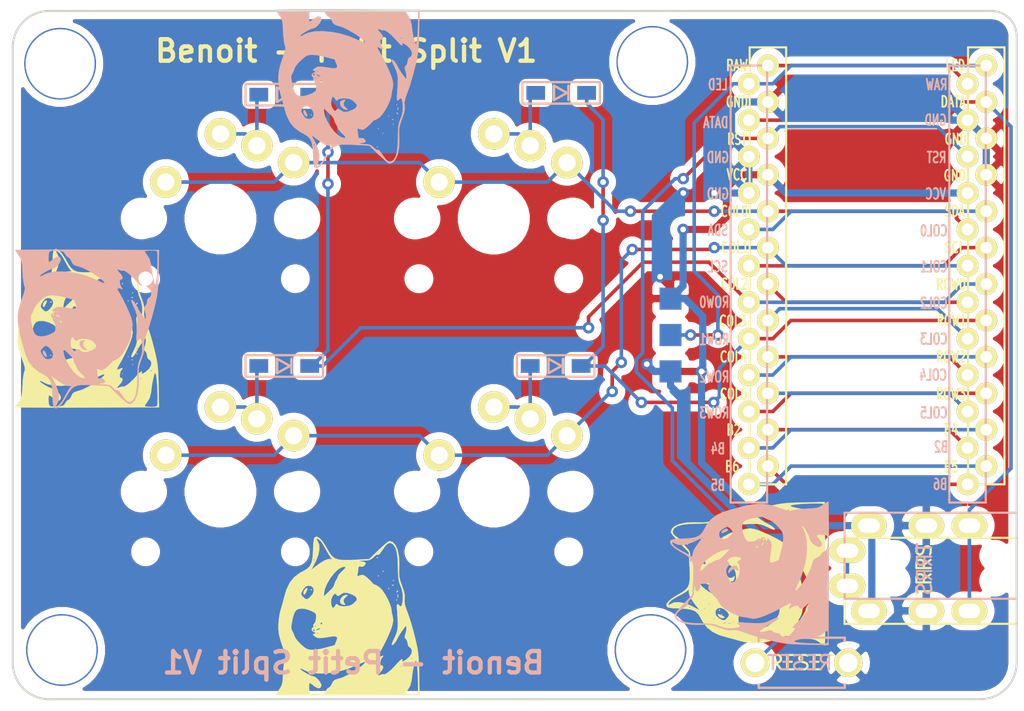
<source format=kicad_pcb>
(kicad_pcb (version 20171130) (host pcbnew "(5.0.1-3-g963ef8bb5)")
  (layers (0 F.Cu signal) (31 B.Cu signal) (34 B.Paste user) (35 F.Paste user) (36 B.SilkS user) (37 F.SilkS user) (38 B.Mask user) (39 F.Mask user) (44 Edge.Cuts user))
  (net 0 "")
  (net 1 row0)
  (net 2 "Net-(D1-Pad2)")
  (net 3 "Net-(D2-Pad2)")
  (net 4 row1)
  (net 5 "Net-(D3-Pad2)")
  (net 6 "Net-(D4-Pad2)")
  (net 7 VCC)
  (net 8 "Net-(J1-PadA)")
  (net 9 data)
  (net 10 GND)
  (net 11 LED)
  (net 12 col0)
  (net 13 col1)
  (net 14 RST)
  (net 15 "Net-(U1-Pad24)")
  (net 16 "Net-(U1-Pad18)")
  (net 17 "Net-(U1-Pad17)")
  (net 18 "Net-(U1-Pad16)")
  (net 19 "Net-(U1-Pad15)")
  (net 20 "Net-(U1-Pad14)")
  (net 21 "Net-(U1-Pad13)")
  (net 22 "Net-(U1-Pad12)")
  (net 23 "Net-(U1-Pad11)")
  (net 24 "Net-(U1-Pad10)")
  (net 25 "Net-(U1-Pad9)")
  (net 26 "Net-(U1-Pad6)")
  (net 27 "Net-(U1-Pad5)")
  (module logo_shibba:shiba_from_bmp_10x10mm (layer B.Cu) (at 213.487 107.569 270)
    (fp_text reference G*** hide)
    (fp_text value LOGO hide)
  )
  (module logo_shibba:shiba_from_bmp_10x10mm (layer F.Cu) (at 167.386 90.424)
    (fp_text reference G*** hide)
    (fp_text value LOGO hide)
  )
  (module logo_shibba:shiba_from_bmp_10x10mm (layer B.Cu) (at 185.547 73.787)
    (fp_text reference G*** hide)
    (fp_text value LOGO hide)
  )
  (module kbd:HOLE (layer F.Cu) (at 206.629 112.903)
    (fp_text reference Ref**)
    (fp_text value Val**)
    (pad "" np_thru_hole circle (at 0 0) (size 5 5) (drill 4.8) (layers *.Cu *.Mask))
  )
  (module kbd:HOLE (layer F.Cu) (at 165.608 112.903)
    (fp_text reference Ref**)
    (fp_text value Val**)
    (pad "" np_thru_hole circle (at 0 0) (size 5 5) (drill 4.8) (layers *.Cu *.Mask))
  )
  (module kbd:HOLE (layer F.Cu) (at 206.756 71.882)
    (fp_text reference Ref**)
    (fp_text value Val**)
    (pad "" np_thru_hole circle (at 0 0) (size 5 5) (drill 4.8) (layers *.Cu *.Mask))
  )
  (module kbd:ProMicro_v2 (layer F.Cu) (at 222.377 86.614)
    (fp_text reference U1 hide)
    (fp_text value ProMicro hide)
    (fp_text user RAW (at 4.191 -13.1445) (layer B.SilkS) (effects (font (size 0.75 0.5) (thickness 0.125)) (justify mirror)))
    (fp_text user LED (at -11.049 -13.1445) (layer B.SilkS) (effects (font (size 0.75 0.5) (thickness 0.125)) (justify mirror)))
    (fp_text user GND (at 4.1275 -10.668) (layer B.SilkS) (effects (font (size 0.75 0.5) (thickness 0.125)) (justify mirror)))
    (fp_text user DATA (at -11.2 -10.5) (layer B.SilkS) (effects (font (size 0.75 0.5) (thickness 0.125)) (justify mirror)))
    (fp_text user RST (at 4.191 -8.0645) (layer B.SilkS) (effects (font (size 0.75 0.5) (thickness 0.125)) (justify mirror)))
    (fp_text user GND (at -11.049 -8.0645) (layer B.SilkS) (effects (font (size 0.75 0.5) (thickness 0.125)) (justify mirror)))
    (fp_text user VCC (at 4.1275 -5.5245) (layer B.SilkS) (effects (font (size 0.75 0.5) (thickness 0.125)) (justify mirror)))
    (fp_text user GND (at -11.049 -5.5245) (layer B.SilkS) (effects (font (size 0.75 0.5) (thickness 0.125)) (justify mirror)))
    (fp_text user COL3 (at 4 4.6) (layer B.SilkS) (effects (font (size 0.75 0.5) (thickness 0.125)) (justify mirror)))
    (fp_text user ROW0 (at -11.3 2.032) (layer B.SilkS) (effects (font (size 0.75 0.5) (thickness 0.125)) (justify mirror)))
    (fp_text user COL2 (at 4 2.1) (layer B.SilkS) (effects (font (size 0.75 0.5) (thickness 0.125)) (justify mirror)))
    (fp_text user SCL (at -11.049 -0.4445) (layer B.SilkS) (effects (font (size 0.75 0.5) (thickness 0.125)) (justify mirror)))
    (fp_text user COL1 (at 4 -0.4445) (layer B.SilkS) (effects (font (size 0.75 0.5) (thickness 0.125)) (justify mirror)))
    (fp_text user SDA (at -11.049 -2.9845) (layer B.SilkS) (effects (font (size 0.75 0.5) (thickness 0.125)) (justify mirror)))
    (fp_text user COL0 (at 4 -2.95) (layer B.SilkS) (effects (font (size 0.75 0.5) (thickness 0.125)) (justify mirror)))
    (fp_text user B6 (at 4.445 14.732) (layer B.SilkS) (effects (font (size 0.75 0.5) (thickness 0.125)) (justify mirror)))
    (fp_text user B5 (at -11.049 14.7955) (layer B.SilkS) (effects (font (size 0.75 0.5) (thickness 0.125)) (justify mirror)))
    (fp_text user B4 (at -11.049 12.2555) (layer B.SilkS) (effects (font (size 0.75 0.5) (thickness 0.125)) (justify mirror)))
    (fp_text user B2 (at 4.5085 12.1285) (layer B.SilkS) (effects (font (size 0.75 0.5) (thickness 0.125)) (justify mirror)))
    (fp_text user ROW3 (at -11.3 9.75) (layer B.SilkS) (effects (font (size 0.75 0.5) (thickness 0.125)) (justify mirror)))
    (fp_text user COL5 (at 4 9.75) (layer B.SilkS) (effects (font (size 0.75 0.5) (thickness 0.125)) (justify mirror)))
    (fp_text user ROW2 (at -11.3 7.239) (layer B.SilkS) (effects (font (size 0.75 0.5) (thickness 0.125)) (justify mirror)))
    (fp_text user COL4 (at 3.95 7.112) (layer B.SilkS) (effects (font (size 0.75 0.5) (thickness 0.125)) (justify mirror)))
    (fp_text user ROW1 (at -11.3 4.6355) (layer B.SilkS) (effects (font (size 0.75 0.5) (thickness 0.125)) (justify mirror)))
    (fp_text user ROW1 (at 5.25 3.302) (layer F.SilkS) (effects (font (size 0.75 0.5) (thickness 0.125))))
    (fp_text user COL4 (at -9.95 5.85) (layer F.SilkS) (effects (font (size 0.75 0.5) (thickness 0.125))))
    (fp_text user ROW2 (at 5.2 5.85) (layer F.SilkS) (effects (font (size 0.75 0.5) (thickness 0.125))))
    (fp_text user COL5 (at -9.95 8.4455) (layer F.SilkS) (effects (font (size 0.75 0.5) (thickness 0.125))))
    (fp_text user ROW3 (at 5.2 8.4455) (layer F.SilkS) (effects (font (size 0.75 0.5) (thickness 0.125))))
    (fp_text user B2 (at -9.95 10.95) (layer F.SilkS) (effects (font (size 0.75 0.5) (thickness 0.125))))
    (fp_text user B4 (at 5.2 10.922) (layer F.SilkS) (effects (font (size 0.75 0.5) (thickness 0.125))))
    (fp_text user B5 (at 5.2 13.5255) (layer F.SilkS) (effects (font (size 0.75 0.5) (thickness 0.125))))
    (fp_text user B6 (at -10.05 13.5) (layer F.SilkS) (effects (font (size 0.75 0.5) (thickness 0.125))))
    (fp_text user COL0 (at -9.9 -4.3) (layer F.SilkS) (effects (font (size 0.75 0.5) (thickness 0.125))))
    (fp_text user SDA (at 5.461 -4.318) (layer F.SilkS) (effects (font (size 0.75 0.5) (thickness 0.125))))
    (fp_text user COL1 (at -9.85 -1.778) (layer F.SilkS) (effects (font (size 0.75 0.5) (thickness 0.125))))
    (fp_text user SCL (at 5.461 -1.778) (layer F.SilkS) (effects (font (size 0.75 0.5) (thickness 0.125))))
    (fp_text user COL2 (at -9.9 0.762) (layer F.SilkS) (effects (font (size 0.75 0.5) (thickness 0.125))))
    (fp_text user ROW0 (at 5.2 0.8) (layer F.SilkS) (effects (font (size 0.75 0.5) (thickness 0.125))))
    (fp_text user COL3 (at -10 3.35) (layer F.SilkS) (effects (font (size 0.75 0.5) (thickness 0.125))))
    (fp_text user GND (at 5.461 -6.7945) (layer F.SilkS) (effects (font (size 0.75 0.5) (thickness 0.125))))
    (fp_text user VCC (at -9.7155 -6.858) (layer F.SilkS) (effects (font (size 0.75 0.5) (thickness 0.125))))
    (fp_text user GND (at 5.5245 -9.3345) (layer F.SilkS) (effects (font (size 0.75 0.5) (thickness 0.125))))
    (fp_text user RST (at -9.7155 -9.3345) (layer F.SilkS) (effects (font (size 0.75 0.5) (thickness 0.125))))
    (fp_text user DATA (at 5.35 -11.95) (layer F.SilkS) (effects (font (size 0.75 0.5) (thickness 0.125))))
    (fp_text user GND (at -9.7155 -11.938) (layer F.SilkS) (effects (font (size 0.75 0.5) (thickness 0.125))))
    (fp_text user LED (at 5.5 -14.478) (layer F.SilkS) (effects (font (size 0.75 0.5) (thickness 0.125))))
    (fp_text user RAW (at -9.7155 -14.478) (layer F.SilkS) (effects (font (size 0.75 0.5) (thickness 0.125))))
    (fp_text user "" (at -1.2065 -16.256) (layer B.SilkS) (effects (justify mirror)))
    (fp_text user "" (at -0.5 -17.25) (layer F.SilkS))
    (pad 24 thru_hole circle (at -7.5636 -14.478) (size 1.524 1.524) (drill 0.8128) (layers *.Cu *.Mask F.SilkS) (net 15 "Net-(U1-Pad24)"))
    (pad 23 thru_hole circle (at -7.5636 -11.938) (size 1.524 1.524) (drill 0.8128) (layers *.Cu *.Mask F.SilkS) (net 10 GND))
    (pad 22 thru_hole circle (at -7.5636 -9.398) (size 1.524 1.524) (drill 0.8128) (layers *.Cu *.Mask F.SilkS) (net 14 RST))
    (pad 21 thru_hole circle (at -7.5636 -6.858) (size 1.524 1.524) (drill 0.8128) (layers *.Cu *.Mask F.SilkS) (net 7 VCC))
    (pad 20 thru_hole circle (at -7.5636 -4.318) (size 1.524 1.524) (drill 0.8128) (layers *.Cu *.Mask F.SilkS) (net 12 col0))
    (pad 19 thru_hole circle (at -7.5636 -1.778) (size 1.524 1.524) (drill 0.8128) (layers *.Cu *.Mask F.SilkS) (net 13 col1))
    (pad 18 thru_hole circle (at -7.5636 0.762) (size 1.524 1.524) (drill 0.8128) (layers *.Cu *.Mask F.SilkS) (net 16 "Net-(U1-Pad18)"))
    (pad 17 thru_hole circle (at -7.5636 3.302) (size 1.524 1.524) (drill 0.8128) (layers *.Cu *.Mask F.SilkS) (net 17 "Net-(U1-Pad17)"))
    (pad 16 thru_hole circle (at -7.5636 5.842) (size 1.524 1.524) (drill 0.8128) (layers *.Cu *.Mask F.SilkS) (net 18 "Net-(U1-Pad16)"))
    (pad 15 thru_hole circle (at -7.5636 8.382) (size 1.524 1.524) (drill 0.8128) (layers *.Cu *.Mask F.SilkS) (net 19 "Net-(U1-Pad15)"))
    (pad 14 thru_hole circle (at -7.5636 10.922) (size 1.524 1.524) (drill 0.8128) (layers *.Cu *.Mask F.SilkS) (net 20 "Net-(U1-Pad14)"))
    (pad 13 thru_hole circle (at -7.5636 13.462) (size 1.524 1.524) (drill 0.8128) (layers *.Cu *.Mask F.SilkS) (net 21 "Net-(U1-Pad13)"))
    (pad 12 thru_hole circle (at 7.6564 13.462) (size 1.524 1.524) (drill 0.8128) (layers *.Cu *.Mask F.SilkS) (net 22 "Net-(U1-Pad12)"))
    (pad 11 thru_hole circle (at 7.6564 10.922) (size 1.524 1.524) (drill 0.8128) (layers *.Cu *.Mask F.SilkS) (net 23 "Net-(U1-Pad11)"))
    (pad 10 thru_hole circle (at 7.6564 8.382) (size 1.524 1.524) (drill 0.8128) (layers *.Cu *.Mask F.SilkS) (net 24 "Net-(U1-Pad10)"))
    (pad 9 thru_hole circle (at 7.6564 5.842) (size 1.524 1.524) (drill 0.8128) (layers *.Cu *.Mask F.SilkS) (net 25 "Net-(U1-Pad9)"))
    (pad 8 thru_hole circle (at 7.6564 3.302) (size 1.524 1.524) (drill 0.8128) (layers *.Cu *.Mask F.SilkS) (net 4 row1))
    (pad 7 thru_hole circle (at 7.6564 0.762) (size 1.524 1.524) (drill 0.8128) (layers *.Cu *.Mask F.SilkS) (net 1 row0))
    (pad 6 thru_hole circle (at 7.6564 -1.778) (size 1.524 1.524) (drill 0.8128) (layers *.Cu *.Mask F.SilkS) (net 26 "Net-(U1-Pad6)"))
    (pad 5 thru_hole circle (at 7.6564 -4.318) (size 1.524 1.524) (drill 0.8128) (layers *.Cu *.Mask F.SilkS) (net 27 "Net-(U1-Pad5)"))
    (pad 4 thru_hole circle (at 7.6564 -6.858) (size 1.524 1.524) (drill 0.8128) (layers *.Cu *.Mask F.SilkS) (net 10 GND))
    (pad 3 thru_hole circle (at 7.6564 -9.398) (size 1.524 1.524) (drill 0.8128) (layers *.Cu *.Mask F.SilkS) (net 10 GND))
    (pad 2 thru_hole circle (at 7.6564 -11.938) (size 1.524 1.524) (drill 0.8128) (layers *.Cu *.Mask F.SilkS) (net 9 data))
    (pad 1 thru_hole circle (at 7.6564 -14.478) (size 1.524 1.524) (drill 0.8128) (layers *.Cu *.Mask F.SilkS) (net 11 LED))
    (pad 1 thru_hole circle (at -8.89 -13.208) (size 1.524 1.524) (drill 0.8128) (layers *.Cu *.Mask F.SilkS) (net 11 LED))
    (pad 2 thru_hole circle (at -8.89 -10.668) (size 1.524 1.524) (drill 0.8128) (layers *.Cu *.Mask F.SilkS) (net 9 data))
    (pad 3 thru_hole circle (at -8.89 -8.128) (size 1.524 1.524) (drill 0.8128) (layers *.Cu *.Mask F.SilkS) (net 10 GND))
    (pad 4 thru_hole circle (at -8.89 -5.588) (size 1.524 1.524) (drill 0.8128) (layers *.Cu *.Mask F.SilkS) (net 10 GND))
    (pad 5 thru_hole circle (at -8.89 -3.048) (size 1.524 1.524) (drill 0.8128) (layers *.Cu *.Mask F.SilkS) (net 27 "Net-(U1-Pad5)"))
    (pad 6 thru_hole circle (at -8.89 -0.508) (size 1.524 1.524) (drill 0.8128) (layers *.Cu *.Mask F.SilkS) (net 26 "Net-(U1-Pad6)"))
    (pad 7 thru_hole circle (at -8.89 2.032) (size 1.524 1.524) (drill 0.8128) (layers *.Cu *.Mask F.SilkS) (net 1 row0))
    (pad 8 thru_hole circle (at -8.89 4.572) (size 1.524 1.524) (drill 0.8128) (layers *.Cu *.Mask F.SilkS) (net 4 row1))
    (pad 9 thru_hole circle (at -8.89 7.112) (size 1.524 1.524) (drill 0.8128) (layers *.Cu *.Mask F.SilkS) (net 25 "Net-(U1-Pad9)"))
    (pad 10 thru_hole circle (at -8.89 9.652) (size 1.524 1.524) (drill 0.8128) (layers *.Cu *.Mask F.SilkS) (net 24 "Net-(U1-Pad10)"))
    (pad 11 thru_hole circle (at -8.89 12.192) (size 1.524 1.524) (drill 0.8128) (layers *.Cu *.Mask F.SilkS) (net 23 "Net-(U1-Pad11)"))
    (pad 12 thru_hole circle (at -8.89 14.732) (size 1.524 1.524) (drill 0.8128) (layers *.Cu *.Mask F.SilkS) (net 22 "Net-(U1-Pad12)"))
    (pad 13 thru_hole circle (at 6.35 14.732) (size 1.524 1.524) (drill 0.8128) (layers *.Cu *.Mask F.SilkS) (net 21 "Net-(U1-Pad13)"))
    (pad 14 thru_hole circle (at 6.35 12.192) (size 1.524 1.524) (drill 0.8128) (layers *.Cu *.Mask F.SilkS) (net 20 "Net-(U1-Pad14)"))
    (pad 15 thru_hole circle (at 6.35 9.652) (size 1.524 1.524) (drill 0.8128) (layers *.Cu *.Mask F.SilkS) (net 19 "Net-(U1-Pad15)"))
    (pad 16 thru_hole circle (at 6.35 7.112) (size 1.524 1.524) (drill 0.8128) (layers *.Cu *.Mask F.SilkS) (net 18 "Net-(U1-Pad16)"))
    (pad 17 thru_hole circle (at 6.35 4.572) (size 1.524 1.524) (drill 0.8128) (layers *.Cu *.Mask F.SilkS) (net 17 "Net-(U1-Pad17)"))
    (pad 18 thru_hole circle (at 6.35 2.032) (size 1.524 1.524) (drill 0.8128) (layers *.Cu *.Mask F.SilkS) (net 16 "Net-(U1-Pad18)"))
    (pad 19 thru_hole circle (at 6.35 -0.508) (size 1.524 1.524) (drill 0.8128) (layers *.Cu *.Mask F.SilkS) (net 13 col1))
    (pad 20 thru_hole circle (at 6.35 -3.048) (size 1.524 1.524) (drill 0.8128) (layers *.Cu *.Mask F.SilkS) (net 12 col0))
    (pad 21 thru_hole circle (at 6.35 -5.588) (size 1.524 1.524) (drill 0.8128) (layers *.Cu *.Mask F.SilkS) (net 7 VCC))
    (pad 22 thru_hole circle (at 6.35 -8.128) (size 1.524 1.524) (drill 0.8128) (layers *.Cu *.Mask F.SilkS) (net 14 RST))
    (pad 23 thru_hole circle (at 6.35 -10.668) (size 1.524 1.524) (drill 0.8128) (layers *.Cu *.Mask F.SilkS) (net 10 GND))
    (pad 24 thru_hole circle (at 6.35 -13.208) (size 1.524 1.524) (drill 0.8128) (layers *.Cu *.Mask F.SilkS) (net 15 "Net-(U1-Pad24)"))
  )
  (module kbd:CherryMX_Choc_1u (layer F.Cu) (at 195.707 82.804)
    (fp_text reference SW2 hide)
    (fp_text value SW_PUSH hide)
    (pad 1 thru_hole circle (at 5.1 -3.9 310) (size 2.2 2.2) (drill 1.2) (layers *.Cu F.SilkS B.Mask) (net 12 col0))
    (pad "" np_thru_hole circle (at 0 0 90) (size 4 4) (drill 4) (layers *.Cu *.Mask))
    (pad "" np_thru_hole circle (at -5.5 0 90) (size 1.9 1.9) (drill 1.9) (layers *.Cu *.Mask))
    (pad "" np_thru_hole circle (at 5.5 0 90) (size 1.9 1.9) (drill 1.9) (layers *.Cu *.Mask))
    (pad 2 thru_hole circle (at 0 -5.9 90) (size 2.2 2.2) (drill 1.2) (layers *.Cu F.SilkS B.Mask) (net 3 "Net-(D2-Pad2)"))
    (pad 2 thru_hole circle (at 2.54 -5.08) (size 2.2 2.2) (drill 1.2) (layers *.Cu F.SilkS B.Mask) (net 3 "Net-(D2-Pad2)"))
    (pad 1 thru_hole circle (at -3.81 -2.54 50) (size 2.2 2.2) (drill 1.2) (layers *.Cu F.SilkS B.Mask) (net 12 col0))
    (pad "" np_thru_hole circle (at 5.08 0) (size 1.7 1.7) (drill 1.7) (layers *.Cu *.Mask))
    (pad "" np_thru_hole circle (at -5.08 0) (size 1.7 1.7) (drill 1.7) (layers *.Cu *.Mask))
    (pad "" np_thru_hole circle (at 5.22 4.2) (size 1 1) (drill 1) (layers *.Cu *.Mask))
    (pad "" np_thru_hole circle (at -5.22 4.2) (size 1 1) (drill 1) (layers *.Cu *.Mask))
  )
  (module kbd:CherryMX_Choc_1u (layer F.Cu) (at 195.707 101.854)
    (fp_text reference SW4 hide)
    (fp_text value SW_PUSH hide)
    (pad "" np_thru_hole circle (at -5.22 4.2) (size 1 1) (drill 1) (layers *.Cu *.Mask))
    (pad "" np_thru_hole circle (at 5.22 4.2) (size 1 1) (drill 1) (layers *.Cu *.Mask))
    (pad "" np_thru_hole circle (at -5.08 0) (size 1.7 1.7) (drill 1.7) (layers *.Cu *.Mask))
    (pad "" np_thru_hole circle (at 5.08 0) (size 1.7 1.7) (drill 1.7) (layers *.Cu *.Mask))
    (pad 1 thru_hole circle (at -3.81 -2.54 50) (size 2.2 2.2) (drill 1.2) (layers *.Cu F.SilkS B.Mask) (net 13 col1))
    (pad 2 thru_hole circle (at 2.54 -5.08) (size 2.2 2.2) (drill 1.2) (layers *.Cu F.SilkS B.Mask) (net 6 "Net-(D4-Pad2)"))
    (pad 2 thru_hole circle (at 0 -5.9 90) (size 2.2 2.2) (drill 1.2) (layers *.Cu F.SilkS B.Mask) (net 6 "Net-(D4-Pad2)"))
    (pad "" np_thru_hole circle (at 5.5 0 90) (size 1.9 1.9) (drill 1.9) (layers *.Cu *.Mask))
    (pad "" np_thru_hole circle (at -5.5 0 90) (size 1.9 1.9) (drill 1.9) (layers *.Cu *.Mask))
    (pad "" np_thru_hole circle (at 0 0 90) (size 4 4) (drill 4) (layers *.Cu *.Mask))
    (pad 1 thru_hole circle (at 5.1 -3.9 310) (size 2.2 2.2) (drill 1.2) (layers *.Cu F.SilkS B.Mask) (net 13 col1))
  )
  (module kbd:CherryMX_Choc_1u (layer F.Cu) (at 176.657 101.854)
    (fp_text reference SW3 hide)
    (fp_text value SW_PUSH hide)
    (pad "" np_thru_hole circle (at -5.22 4.2) (size 1 1) (drill 1) (layers *.Cu *.Mask))
    (pad "" np_thru_hole circle (at 5.22 4.2) (size 1 1) (drill 1) (layers *.Cu *.Mask))
    (pad "" np_thru_hole circle (at -5.08 0) (size 1.7 1.7) (drill 1.7) (layers *.Cu *.Mask))
    (pad "" np_thru_hole circle (at 5.08 0) (size 1.7 1.7) (drill 1.7) (layers *.Cu *.Mask))
    (pad 1 thru_hole circle (at -3.81 -2.54 50) (size 2.2 2.2) (drill 1.2) (layers *.Cu F.SilkS B.Mask) (net 13 col1))
    (pad 2 thru_hole circle (at 2.54 -5.08) (size 2.2 2.2) (drill 1.2) (layers *.Cu F.SilkS B.Mask) (net 5 "Net-(D3-Pad2)"))
    (pad 2 thru_hole circle (at 0 -5.9 90) (size 2.2 2.2) (drill 1.2) (layers *.Cu F.SilkS B.Mask) (net 5 "Net-(D3-Pad2)"))
    (pad "" np_thru_hole circle (at 5.5 0 90) (size 1.9 1.9) (drill 1.9) (layers *.Cu *.Mask))
    (pad "" np_thru_hole circle (at -5.5 0 90) (size 1.9 1.9) (drill 1.9) (layers *.Cu *.Mask))
    (pad "" np_thru_hole circle (at 0 0 90) (size 4 4) (drill 4) (layers *.Cu *.Mask))
    (pad 1 thru_hole circle (at 5.1 -3.9 310) (size 2.2 2.2) (drill 1.2) (layers *.Cu F.SilkS B.Mask) (net 13 col1))
  )
  (module kbd:MJ-4PP-9 (layer F.Cu) (at 232.156 108.077 270)
    (fp_text reference J1)
    (fp_text value MJ-4PP-9 hide)
    (fp_text user TRRS (at -0.8255 6.4135 270) (layer B.SilkS) (effects (justify mirror)))
    (fp_text user TRRS (at -0.75 6.45 270) (layer F.SilkS))
    (pad "" np_thru_hole circle (at -1.75 8.5 270) (size 1.2 1.2) (drill 1.2) (layers *.Cu *.Mask F.SilkS))
    (pad "" np_thru_hole circle (at -1.75 1.5 270) (size 1.2 1.2) (drill 1.2) (layers *.Cu *.Mask F.SilkS))
    (pad D thru_hole oval (at -3.85 10.3 270) (size 1.7 2.5) (drill oval 1 1.5) (layers *.Cu *.Mask F.SilkS) (net 7 VCC) (clearance 0.15))
    (pad A thru_hole oval (at 0.35 11.8 270) (size 1.7 2.5) (drill oval 1 1.5) (layers *.Cu *.Mask F.SilkS) (net 8 "Net-(J1-PadA)") (clearance 0.15))
    (pad B thru_hole oval (at -3.85 3.3 270) (size 1.7 2.5) (drill oval 1 1.5) (layers *.Cu *.Mask F.SilkS) (net 9 data))
    (pad C thru_hole oval (at -3.85 6.3 270) (size 1.7 2.5) (drill oval 1 1.5) (layers *.Cu *.Mask F.SilkS) (net 10 GND))
    (pad "" np_thru_hole circle (at 0 1.5 270) (size 1.2 1.2) (drill 1.2) (layers *.Cu *.Mask F.SilkS))
    (pad "" np_thru_hole circle (at 0 8.5 270) (size 1.2 1.2) (drill 1.2) (layers *.Cu *.Mask F.SilkS))
    (pad B thru_hole oval (at 2.1 3.3 270) (size 1.7 2.5) (drill oval 1 1.5) (layers *.Cu *.Mask F.SilkS) (net 9 data))
    (pad C thru_hole oval (at 2.1 6.3 270) (size 1.7 2.5) (drill oval 1 1.5) (layers *.Cu *.Mask F.SilkS) (net 10 GND))
    (pad D thru_hole oval (at 2.1 10.3 270) (size 1.7 2.5) (drill oval 1 1.5) (layers *.Cu *.Mask F.SilkS) (net 7 VCC) (clearance 0.15))
    (pad A thru_hole oval (at -2.1 11.8 270) (size 1.7 2.5) (drill oval 1 1.5) (layers *.Cu *.Mask F.SilkS) (net 8 "Net-(J1-PadA)") (clearance 0.15))
  )
  (module kbd:StripLED_rev (layer F.Cu) (at 208.026 88.392)
    (fp_text reference J2 hide)
    (fp_text value LED hide)
    (pad 3 smd rect (at 0 5.08) (size 1.524 1.524) (layers F.Cu F.Paste F.Mask) (net 7 VCC))
    (pad 2 smd rect (at 0 2.54) (size 1.524 1.524) (layers F.Cu F.Paste F.Mask) (net 11 LED))
    (pad 1 smd rect (at 0 0) (size 1.524 1.524) (layers F.Cu F.Paste F.Mask) (net 10 GND))
    (pad 1 smd rect (at 0 5.08) (size 1.524 1.524) (layers B.Cu B.Paste B.Mask) (net 10 GND))
    (pad 2 smd rect (at 0 2.54) (size 1.524 1.524) (layers B.Cu B.Paste B.Mask) (net 11 LED))
    (pad 3 smd rect (at 0 0) (size 1.524 1.524) (layers B.Cu B.Paste B.Mask) (net 7 VCC))
  )
  (module kbd:CherryMX_Choc_1u (layer F.Cu) (at 176.657 82.804)
    (fp_text reference SW1 hide)
    (fp_text value SW_PUSH hide)
    (pad 1 thru_hole circle (at 5.1 -3.9 310) (size 2.2 2.2) (drill 1.2) (layers *.Cu F.SilkS B.Mask) (net 12 col0))
    (pad "" np_thru_hole circle (at 0 0 90) (size 4 4) (drill 4) (layers *.Cu *.Mask))
    (pad "" np_thru_hole circle (at -5.5 0 90) (size 1.9 1.9) (drill 1.9) (layers *.Cu *.Mask))
    (pad "" np_thru_hole circle (at 5.5 0 90) (size 1.9 1.9) (drill 1.9) (layers *.Cu *.Mask))
    (pad 2 thru_hole circle (at 0 -5.9 90) (size 2.2 2.2) (drill 1.2) (layers *.Cu F.SilkS B.Mask) (net 2 "Net-(D1-Pad2)"))
    (pad 2 thru_hole circle (at 2.54 -5.08) (size 2.2 2.2) (drill 1.2) (layers *.Cu F.SilkS B.Mask) (net 2 "Net-(D1-Pad2)"))
    (pad 1 thru_hole circle (at -3.81 -2.54 50) (size 2.2 2.2) (drill 1.2) (layers *.Cu F.SilkS B.Mask) (net 12 col0))
    (pad "" np_thru_hole circle (at 5.08 0) (size 1.7 1.7) (drill 1.7) (layers *.Cu *.Mask))
    (pad "" np_thru_hole circle (at -5.08 0) (size 1.7 1.7) (drill 1.7) (layers *.Cu *.Mask))
    (pad "" np_thru_hole circle (at 5.22 4.2) (size 1 1) (drill 1) (layers *.Cu *.Mask))
    (pad "" np_thru_hole circle (at -5.22 4.2) (size 1 1) (drill 1) (layers *.Cu *.Mask))
  )
  (module kbd:ResetSW (layer F.Cu) (at 217.17 113.792 180)
    (fp_text reference SW5 hide)
    (fp_text value RESET)
    (fp_text user RESET (at 0.127 0 180) (layer B.SilkS) (effects (justify mirror)))
    (fp_text user RESET (at 0 0 180) (layer F.SilkS))
    (pad 1 thru_hole circle (at 3.25 0 180) (size 2 2) (drill 1.3) (layers *.Cu *.Mask F.SilkS) (net 14 RST))
    (pad 2 thru_hole circle (at -3.25 0 180) (size 2 2) (drill 1.3) (layers *.Cu *.Mask F.SilkS) (net 10 GND))
  )
  (module kbd:D3_SMD (layer F.Cu) (at 181.102 74.168 180)
    (fp_text reference D1 hide)
    (fp_text value D_Small hide)
    (pad 1 smd rect (at -1.775 0 180) (size 1.3 0.95) (layers F.Cu F.Paste F.Mask) (net 1 row0))
    (pad 2 smd rect (at 1.775 0 180) (size 1.3 0.95) (layers B.Cu B.Paste B.Mask) (net 2 "Net-(D1-Pad2)"))
    (pad 1 smd rect (at -1.775 0 180) (size 1.3 0.95) (layers B.Cu B.Paste B.Mask) (net 1 row0))
    (pad 2 smd rect (at 1.775 0 180) (size 1.3 0.95) (layers F.Cu F.Paste F.Mask) (net 2 "Net-(D1-Pad2)"))
  )
  (module kbd:D3_SMD (layer F.Cu) (at 200.406 74.041 180)
    (fp_text reference D2 hide)
    (fp_text value D_Small hide)
    (pad 2 smd rect (at 1.775 0 180) (size 1.3 0.95) (layers F.Cu F.Paste F.Mask) (net 3 "Net-(D2-Pad2)"))
    (pad 1 smd rect (at -1.775 0 180) (size 1.3 0.95) (layers B.Cu B.Paste B.Mask) (net 4 row1))
    (pad 2 smd rect (at 1.775 0 180) (size 1.3 0.95) (layers B.Cu B.Paste B.Mask) (net 3 "Net-(D2-Pad2)"))
    (pad 1 smd rect (at -1.775 0 180) (size 1.3 0.95) (layers F.Cu F.Paste F.Mask) (net 4 row1))
  )
  (module kbd:D3_SMD (layer F.Cu) (at 181.102 93.091 180)
    (fp_text reference D3 hide)
    (fp_text value D_Small hide)
    (pad 2 smd rect (at 1.775 0 180) (size 1.3 0.95) (layers F.Cu F.Paste F.Mask) (net 5 "Net-(D3-Pad2)"))
    (pad 1 smd rect (at -1.775 0 180) (size 1.3 0.95) (layers B.Cu B.Paste B.Mask) (net 1 row0))
    (pad 2 smd rect (at 1.775 0 180) (size 1.3 0.95) (layers B.Cu B.Paste B.Mask) (net 5 "Net-(D3-Pad2)"))
    (pad 1 smd rect (at -1.775 0 180) (size 1.3 0.95) (layers F.Cu F.Paste F.Mask) (net 1 row0))
  )
  (module kbd:D3_SMD (layer F.Cu) (at 200.022 93.091 180)
    (fp_text reference D4 hide)
    (fp_text value D_Small hide)
    (pad 1 smd rect (at -1.775 0 180) (size 1.3 0.95) (layers F.Cu F.Paste F.Mask) (net 4 row1))
    (pad 2 smd rect (at 1.775 0 180) (size 1.3 0.95) (layers B.Cu B.Paste B.Mask) (net 6 "Net-(D4-Pad2)"))
    (pad 1 smd rect (at -1.775 0 180) (size 1.3 0.95) (layers B.Cu B.Paste B.Mask) (net 4 row1))
    (pad 2 smd rect (at 1.775 0 180) (size 1.3 0.95) (layers F.Cu F.Paste F.Mask) (net 6 "Net-(D4-Pad2)"))
  )
  (module kbd:HOLE (layer F.Cu) (at 165.481 72.009)
    (fp_text reference Ref**)
    (fp_text value Val**)
    (pad "" np_thru_hole circle (at 0 0) (size 5 5) (drill 4.8) (layers *.Cu *.Mask))
  )
  (module logo_shibba:shiba_from_bmp_10x10mm (layer F.Cu) (at 185.547 110.49)
    (fp_text reference G*** hide)
    (fp_text value LOGO hide)
  )
  (module logo_shibba:shiba_from_bmp_10x10mm (layer B.Cu) (at 167.386 90.551)
    (fp_text reference G*** hide)
    (fp_text value LOGO hide)
  )
  (module logo_shibba:shiba_from_bmp_10x10mm (layer F.Cu) (at 213.233 107.569 90)
    (fp_text reference G*** hide)
    (fp_text value LOGO hide)
  )
  (gr_text "Benoit - Petit Split V1" (at 185.928 113.792) (layer B.SilkS) (effects (font (size 1.5 1.5) (thickness 0.3)) (justify mirror)))
  (gr_text "Benoit - Petit Split V1" (at 185.42 71.12) (layer F.SilkS) (effects (font (size 1.5 1.5) (thickness 0.3))))
  (gr_arc (start 164.719 70.866) (end 164.719 68.326) (angle -87.13402503) (layer Edge.Cuts) (width 0.15))
  (gr_arc (start 164.719 113.792) (end 162.179 113.919) (angle -87.13759477) (layer Edge.Cuts) (width 0.15))
  (gr_line (start 164.719 116.332) (end 207.518 116.332) (layer Edge.Cuts) (width 0.15))
  (gr_line (start 162.179 70.739) (end 162.179 113.919) (layer Edge.Cuts) (width 0.15))
  (gr_line (start 207.645 68.326) (end 164.719 68.326) (layer Edge.Cuts) (width 0.15))
  (gr_arc (start 229.616 113.792) (end 229.616 116.332) (angle -87.13759477) (layer Edge.Cuts) (width 0.15))
  (gr_arc (start 230.378 70.104) (end 232.156 69.977) (angle -85.91438322) (layer Edge.Cuts) (width 0.15))
  (gr_line (start 229.616 116.332) (end 207.518 116.332) (layer Edge.Cuts) (width 0.15))
  (gr_line (start 232.156 69.977) (end 232.156 113.919) (layer Edge.Cuts) (width 0.15))
  (gr_line (start 207.645 68.326) (end 230.378 68.326) (layer Edge.Cuts) (width 0.15))
  (segment (start 227.118238 88.646) (end 213.487 88.646) (width 0.25) (layer B.Cu) (net 1))
  (segment (start 228.388238 87.376) (end 227.118238 88.646) (width 0.25) (layer B.Cu) (net 1))
  (segment (start 230.0334 87.376) (end 228.388238 87.376) (width 0.25) (layer B.Cu) (net 1))
  (via (at 184.15 78.179) (size 0.8) (drill 0.4) (layers F.Cu B.Cu) (net 1))
  (segment (start 183.052 74.168) (end 184.15 75.266) (width 0.25) (layer B.Cu) (net 1))
  (segment (start 184.15 75.266) (end 184.15 78.179) (width 0.25) (layer B.Cu) (net 1))
  (segment (start 182.877 74.168) (end 183.052 74.168) (width 0.25) (layer B.Cu) (net 1))
  (segment (start 184.15 78.179) (end 184.15 80.391) (width 0.25) (layer F.Cu) (net 1))
  (via (at 184.15 80.391) (size 0.8) (drill 0.4) (layers F.Cu B.Cu) (net 1))
  (segment (start 183.052 93.091) (end 182.877 93.091) (width 0.25) (layer B.Cu) (net 1))
  (segment (start 184.15 91.993) (end 183.052 93.091) (width 0.25) (layer B.Cu) (net 1))
  (segment (start 184.15 80.518) (end 184.15 91.993) (width 0.25) (layer B.Cu) (net 1))
  (via (at 202.311 90.424) (size 0.8) (drill 0.4) (layers F.Cu B.Cu) (net 1))
  (segment (start 186.444 90.424) (end 199.203998 90.424) (width 0.25) (layer B.Cu) (net 1))
  (segment (start 199.203998 90.424) (end 202.311 90.424) (width 0.25) (layer B.Cu) (net 1))
  (segment (start 183.777 93.091) (end 186.444 90.424) (width 0.25) (layer B.Cu) (net 1))
  (segment (start 182.877 93.091) (end 183.777 93.091) (width 0.25) (layer B.Cu) (net 1))
  (segment (start 202.311 90.424) (end 202.311 89.662) (width 0.25) (layer F.Cu) (net 1))
  (segment (start 202.311 89.662) (end 206.121 85.852) (width 0.25) (layer F.Cu) (net 1))
  (segment (start 208.903591 85.852) (end 208.908777 85.857186) (width 0.25) (layer F.Cu) (net 1))
  (segment (start 206.121 85.852) (end 208.903591 85.852) (width 0.25) (layer F.Cu) (net 1))
  (segment (start 210.693 85.852) (end 213.487 88.646) (width 0.25) (layer F.Cu) (net 1))
  (segment (start 208.903591 85.852) (end 210.693 85.852) (width 0.25) (layer F.Cu) (net 1))
  (segment (start 178.377 76.904) (end 179.197 77.724) (width 0.25) (layer B.Cu) (net 2))
  (segment (start 176.657 76.904) (end 178.377 76.904) (width 0.25) (layer B.Cu) (net 2))
  (segment (start 179.197 74.298) (end 179.327 74.168) (width 0.25) (layer B.Cu) (net 2))
  (segment (start 179.197 77.724) (end 179.197 74.298) (width 0.25) (layer B.Cu) (net 2))
  (segment (start 197.427 76.904) (end 198.247 77.724) (width 0.25) (layer B.Cu) (net 3))
  (segment (start 195.707 76.904) (end 197.427 76.904) (width 0.25) (layer B.Cu) (net 3))
  (segment (start 198.247 74.425) (end 198.631 74.041) (width 0.25) (layer B.Cu) (net 3))
  (segment (start 198.247 77.724) (end 198.247 74.425) (width 0.25) (layer B.Cu) (net 3))
  (via (at 203.327 80.264) (size 0.8) (drill 0.4) (layers F.Cu B.Cu) (net 4))
  (segment (start 203.327 75.912) (end 203.327 80.264) (width 0.25) (layer B.Cu) (net 4))
  (segment (start 202.181 74.766) (end 203.327 75.912) (width 0.25) (layer B.Cu) (net 4))
  (segment (start 202.181 74.041) (end 202.181 74.766) (width 0.25) (layer B.Cu) (net 4))
  (segment (start 203.327 80.264) (end 203.327 82.931) (width 0.25) (layer F.Cu) (net 4))
  (via (at 203.327 82.931) (size 0.8) (drill 0.4) (layers F.Cu B.Cu) (net 4))
  (segment (start 201.972 93.091) (end 201.797 93.091) (width 0.25) (layer B.Cu) (net 4))
  (segment (start 203.327 91.736) (end 201.972 93.091) (width 0.25) (layer B.Cu) (net 4))
  (segment (start 203.327 82.931) (end 203.327 91.736) (width 0.25) (layer B.Cu) (net 4))
  (segment (start 203.454 93.091) (end 205.994 95.631) (width 0.25) (layer B.Cu) (net 4))
  (via (at 205.994 95.631) (size 0.8) (drill 0.4) (layers F.Cu B.Cu) (net 4))
  (segment (start 201.797 93.091) (end 203.454 93.091) (width 0.25) (layer B.Cu) (net 4))
  (segment (start 215.152162 91.186) (end 214.56463 91.186) (width 0.25) (layer F.Cu) (net 4))
  (segment (start 214.56463 91.186) (end 213.487 91.186) (width 0.25) (layer F.Cu) (net 4))
  (segment (start 216.422162 89.916) (end 215.152162 91.186) (width 0.25) (layer F.Cu) (net 4))
  (segment (start 230.0334 89.916) (end 216.422162 89.916) (width 0.25) (layer F.Cu) (net 4))
  (via (at 211.035 95.631) (size 0.8) (drill 0.4) (layers F.Cu B.Cu) (net 4))
  (segment (start 205.994 95.631) (end 211.035 95.631) (width 0.25) (layer F.Cu) (net 4))
  (segment (start 212.725001 91.947999) (end 213.487 91.186) (width 0.25) (layer B.Cu) (net 4))
  (segment (start 211.434999 93.238001) (end 212.725001 91.947999) (width 0.25) (layer B.Cu) (net 4))
  (segment (start 211.434999 95.231001) (end 211.434999 93.238001) (width 0.25) (layer B.Cu) (net 4))
  (segment (start 211.035 95.631) (end 211.434999 95.231001) (width 0.25) (layer B.Cu) (net 4))
  (segment (start 178.377 95.954) (end 179.197 96.774) (width 0.25) (layer B.Cu) (net 5))
  (segment (start 176.657 95.954) (end 178.377 95.954) (width 0.25) (layer B.Cu) (net 5))
  (segment (start 179.197 93.221) (end 179.327 93.091) (width 0.25) (layer B.Cu) (net 5))
  (segment (start 179.197 96.774) (end 179.197 93.221) (width 0.25) (layer B.Cu) (net 5))
  (segment (start 197.427 95.954) (end 198.247 96.774) (width 0.25) (layer B.Cu) (net 6))
  (segment (start 195.707 95.954) (end 197.427 95.954) (width 0.25) (layer B.Cu) (net 6))
  (segment (start 198.247 96.774) (end 198.247 93.091) (width 0.25) (layer B.Cu) (net 6))
  (segment (start 214.8134 79.756) (end 212.711744 79.756) (width 0.5) (layer F.Cu) (net 7))
  (segment (start 210.877002 83.566) (end 208.901744 83.566) (width 0.5) (layer F.Cu) (net 7))
  (via (at 208.901744 83.566) (size 0.8) (drill 0.4) (layers F.Cu B.Cu) (net 7))
  (segment (start 208.026 93.472) (end 209.423 93.472) (width 0.5) (layer F.Cu) (net 7))
  (segment (start 208.026 88.392) (end 209.038 88.392) (width 0.5) (layer B.Cu) (net 7))
  (segment (start 209.038 88.392) (end 209.767001 89.121001) (width 0.5) (layer B.Cu) (net 7))
  (segment (start 209.767001 89.121001) (end 209.771001 89.121001) (width 0.5) (layer B.Cu) (net 7))
  (segment (start 211.924001 82.704001) (end 211.062002 83.566) (width 0.5) (layer F.Cu) (net 7))
  (segment (start 211.062002 83.566) (end 210.877002 83.566) (width 0.5) (layer F.Cu) (net 7))
  (segment (start 211.924001 80.683999) (end 211.924001 82.704001) (width 0.5) (layer F.Cu) (net 7))
  (segment (start 212.711744 79.896256) (end 211.924001 80.683999) (width 0.5) (layer F.Cu) (net 7))
  (segment (start 212.711744 79.756) (end 212.711744 79.896256) (width 0.5) (layer F.Cu) (net 7))
  (segment (start 208.901744 87.516256) (end 208.901744 83.566) (width 0.5) (layer B.Cu) (net 7))
  (segment (start 208.026 88.392) (end 208.901744 87.516256) (width 0.5) (layer B.Cu) (net 7))
  (segment (start 222.05601 109.97699) (end 221.856 110.177) (width 0.5) (layer B.Cu) (net 7))
  (segment (start 222.05601 104.42701) (end 222.05601 109.97699) (width 0.5) (layer B.Cu) (net 7))
  (segment (start 221.856 104.227) (end 222.05601 104.42701) (width 0.5) (layer B.Cu) (net 7))
  (segment (start 209.423 93.472) (end 210.185 93.472) (width 0.5) (layer F.Cu) (net 7))
  (via (at 210.185 93.472) (size 0.8) (drill 0.4) (layers F.Cu B.Cu) (net 7))
  (segment (start 210.273001 89.627001) (end 210.273001 93.383999) (width 0.5) (layer B.Cu) (net 7))
  (segment (start 210.273001 93.383999) (end 210.185 93.472) (width 0.5) (layer B.Cu) (net 7))
  (segment (start 209.767001 89.121001) (end 210.273001 89.627001) (width 0.5) (layer B.Cu) (net 7))
  (segment (start 210.185 99.837762) (end 214.574238 104.227) (width 0.5) (layer B.Cu) (net 7))
  (segment (start 210.185 93.472) (end 210.185 99.837762) (width 0.5) (layer B.Cu) (net 7))
  (segment (start 214.574238 104.227) (end 214.757 104.227) (width 0.5) (layer B.Cu) (net 7))
  (segment (start 221.856 104.227) (end 214.757 104.227) (width 0.5) (layer B.Cu) (net 7))
  (segment (start 216.0834 81.026) (end 214.8134 79.756) (width 0.5) (layer B.Cu) (net 7))
  (segment (start 228.727 81.026) (end 216.0834 81.026) (width 0.5) (layer B.Cu) (net 7))
  (segment (start 220.356 105.977) (end 220.356 108.427) (width 0.25) (layer B.Cu) (net 8))
  (segment (start 227.118238 75.946) (end 214.56463 75.946) (width 0.25) (layer F.Cu) (net 9))
  (segment (start 214.56463 75.946) (end 213.487 75.946) (width 0.25) (layer F.Cu) (net 9))
  (segment (start 228.388238 74.676) (end 227.118238 75.946) (width 0.25) (layer F.Cu) (net 9))
  (segment (start 230.0334 74.676) (end 228.388238 74.676) (width 0.25) (layer F.Cu) (net 9))
  (segment (start 231.75599 100.22701) (end 228.856 103.127) (width 0.25) (layer B.Cu) (net 9))
  (segment (start 228.856 103.127) (end 228.856 104.227) (width 0.25) (layer B.Cu) (net 9))
  (segment (start 231.75599 76.39859) (end 231.75599 100.22701) (width 0.25) (layer B.Cu) (net 9))
  (segment (start 230.0334 74.676) (end 231.75599 76.39859) (width 0.25) (layer B.Cu) (net 9))
  (segment (start 228.856 104.227) (end 228.856 110.177) (width 0.25) (layer B.Cu) (net 9))
  (segment (start 228.7634 75.946) (end 230.0334 77.216) (width 0.5) (layer B.Cu) (net 10))
  (segment (start 228.727 75.946) (end 228.7634 75.946) (width 0.5) (layer B.Cu) (net 10))
  (segment (start 230.0334 78.29363) (end 230.0334 79.756) (width 0.5) (layer B.Cu) (net 10))
  (segment (start 230.0334 77.216) (end 230.0334 78.29363) (width 0.5) (layer B.Cu) (net 10))
  (segment (start 213.487 78.486) (end 213.487 81.026) (width 0.5) (layer B.Cu) (net 10))
  (via (at 211.074 81.026) (size 0.8) (drill 0.4) (layers F.Cu B.Cu) (net 10))
  (segment (start 213.487 81.026) (end 211.074 81.026) (width 0.5) (layer B.Cu) (net 10))
  (via (at 208.915 81.026) (size 0.8) (drill 0.4) (layers F.Cu B.Cu) (net 10))
  (segment (start 211.074 81.026) (end 208.915 81.026) (width 0.5) (layer F.Cu) (net 10))
  (segment (start 225.856 110.177) (end 224.035 110.177) (width 0.5) (layer B.Cu) (net 10))
  (segment (start 225.856 110.177) (end 225.856 104.227) (width 0.5) (layer B.Cu) (net 10))
  (via (at 207.301 86.868) (size 0.8) (drill 0.4) (layers F.Cu B.Cu) (net 10))
  (segment (start 208.026 87.593) (end 207.301 86.868) (width 0.5) (layer F.Cu) (net 10))
  (segment (start 208.026 88.392) (end 208.026 87.593) (width 0.5) (layer F.Cu) (net 10))
  (segment (start 227.64937 75.946) (end 227.52237 75.819) (width 0.5) (layer B.Cu) (net 10))
  (segment (start 228.727 75.946) (end 227.64937 75.946) (width 0.5) (layer B.Cu) (net 10))
  (segment (start 215.9564 75.819) (end 214.8134 74.676) (width 0.5) (layer B.Cu) (net 10))
  (segment (start 227.52237 75.819) (end 215.9564 75.819) (width 0.5) (layer B.Cu) (net 10))
  (segment (start 212.963238 74.676) (end 213.148238 74.676) (width 0.5) (layer B.Cu) (net 10))
  (segment (start 213.148238 74.676) (end 214.8134 74.676) (width 0.5) (layer B.Cu) (net 10))
  (segment (start 212.274999 75.364239) (end 212.963238 74.676) (width 0.5) (layer B.Cu) (net 10))
  (segment (start 212.274999 77.273999) (end 212.274999 75.364239) (width 0.5) (layer B.Cu) (net 10))
  (segment (start 213.487 78.486) (end 212.274999 77.273999) (width 0.5) (layer B.Cu) (net 10))
  (segment (start 207.301 82.64) (end 207.301 86.868) (width 0.5) (layer B.Cu) (net 10))
  (segment (start 208.915 81.026) (end 207.301 82.64) (width 0.5) (layer B.Cu) (net 10))
  (segment (start 221.419999 112.792001) (end 220.42 113.792) (width 0.5) (layer B.Cu) (net 10))
  (segment (start 221.47949 112.792001) (end 221.419999 112.792001) (width 0.5) (layer B.Cu) (net 10))
  (segment (start 224.035 110.236491) (end 221.47949 112.792001) (width 0.5) (layer B.Cu) (net 10))
  (segment (start 224.035 110.177) (end 224.035 110.236491) (width 0.5) (layer B.Cu) (net 10))
  (segment (start 208.72801 95.18601) (end 208.026 94.484) (width 0.5) (layer B.Cu) (net 10))
  (segment (start 218.44 105.029) (end 214.386276 105.029) (width 0.5) (layer B.Cu) (net 10))
  (segment (start 208.026 94.484) (end 208.026 93.472) (width 0.5) (layer B.Cu) (net 10))
  (segment (start 208.72801 99.370734) (end 208.72801 95.18601) (width 0.5) (layer B.Cu) (net 10))
  (segment (start 218.44 111.812) (end 218.44 105.029) (width 0.5) (layer B.Cu) (net 10))
  (segment (start 214.386276 105.029) (end 208.72801 99.370734) (width 0.5) (layer B.Cu) (net 10))
  (segment (start 220.42 113.792) (end 218.44 111.812) (width 0.5) (layer B.Cu) (net 10))
  (segment (start 206.764 88.392) (end 206.375 88.781) (width 0.5) (layer F.Cu) (net 10))
  (segment (start 208.026 88.392) (end 206.764 88.392) (width 0.5) (layer F.Cu) (net 10))
  (via (at 206.375 92.964) (size 0.8) (drill 0.4) (layers F.Cu B.Cu) (net 10))
  (segment (start 206.375 88.781) (end 206.375 92.964) (width 0.5) (layer F.Cu) (net 10))
  (segment (start 207.518 92.964) (end 208.026 93.472) (width 0.5) (layer B.Cu) (net 10))
  (segment (start 206.883 93.472) (end 208.026 93.472) (width 0.5) (layer B.Cu) (net 10))
  (segment (start 206.375 92.964) (end 206.883 93.472) (width 0.5) (layer B.Cu) (net 10))
  (segment (start 214.56463 73.406) (end 213.487 73.406) (width 0.25) (layer B.Cu) (net 11))
  (segment (start 216.422162 72.136) (end 215.152162 73.406) (width 0.25) (layer B.Cu) (net 11))
  (segment (start 215.152162 73.406) (end 214.56463 73.406) (width 0.25) (layer B.Cu) (net 11))
  (segment (start 230.0334 72.136) (end 216.422162 72.136) (width 0.25) (layer B.Cu) (net 11))
  (segment (start 208.534 90.424) (end 208.026 90.932) (width 0.25) (layer B.Cu) (net 11))
  (segment (start 209.042 90.932) (end 208.026 90.932) (width 0.25) (layer B.Cu) (net 11))
  (via (at 209.423 90.932) (size 0.8) (drill 0.4) (layers F.Cu B.Cu) (net 11))
  (via (at 211.328 90.932) (size 0.8) (drill 0.4) (layers F.Cu B.Cu) (net 11))
  (segment (start 209.423 90.932) (end 211.328 90.932) (width 0.25) (layer F.Cu) (net 11))
  (segment (start 211.328 88.138) (end 209.677 86.487) (width 0.25) (layer B.Cu) (net 11))
  (segment (start 211.328 90.932) (end 211.328 88.138) (width 0.25) (layer B.Cu) (net 11))
  (segment (start 212.40937 73.406) (end 209.677 76.13837) (width 0.25) (layer B.Cu) (net 11))
  (segment (start 209.677 76.13837) (end 209.677 77.343) (width 0.25) (layer B.Cu) (net 11))
  (segment (start 213.487 73.406) (end 212.40937 73.406) (width 0.25) (layer B.Cu) (net 11))
  (segment (start 209.677 77.343) (end 209.677 77.216) (width 0.25) (layer B.Cu) (net 11))
  (segment (start 209.677 86.487) (end 209.677 77.343) (width 0.25) (layer B.Cu) (net 11))
  (segment (start 227.965001 82.804001) (end 227.965001 82.677001) (width 0.25) (layer F.Cu) (net 12))
  (segment (start 228.727 83.566) (end 227.965001 82.804001) (width 0.25) (layer F.Cu) (net 12))
  (segment (start 227.584 82.296) (end 214.8134 82.296) (width 0.25) (layer F.Cu) (net 12))
  (segment (start 227.965001 82.677001) (end 227.584 82.296) (width 0.25) (layer F.Cu) (net 12))
  (segment (start 180.397 80.264) (end 181.757 78.904) (width 0.25) (layer B.Cu) (net 12))
  (segment (start 172.847 80.264) (end 180.397 80.264) (width 0.25) (layer B.Cu) (net 12))
  (segment (start 199.447 80.264) (end 200.807 78.904) (width 0.25) (layer B.Cu) (net 12))
  (segment (start 191.897 80.264) (end 199.447 80.264) (width 0.25) (layer B.Cu) (net 12))
  (segment (start 190.537 78.904) (end 191.897 80.264) (width 0.25) (layer B.Cu) (net 12))
  (segment (start 181.757 78.904) (end 190.537 78.904) (width 0.25) (layer B.Cu) (net 12))
  (via (at 205.232 82.296) (size 0.8) (drill 0.4) (layers F.Cu B.Cu) (net 12))
  (segment (start 204.199 82.296) (end 205.232 82.296) (width 0.25) (layer B.Cu) (net 12))
  (segment (start 200.807 78.904) (end 204.199 82.296) (width 0.25) (layer B.Cu) (net 12))
  (via (at 211.074 82.296) (size 0.8) (drill 0.4) (layers F.Cu B.Cu) (net 12))
  (segment (start 205.232 82.296) (end 211.074 82.296) (width 0.25) (layer F.Cu) (net 12))
  (segment (start 211.639685 82.296) (end 214.8134 82.296) (width 0.25) (layer B.Cu) (net 12))
  (segment (start 211.074 82.296) (end 211.639685 82.296) (width 0.25) (layer B.Cu) (net 12))
  (segment (start 216.0834 86.106) (end 214.8134 84.836) (width 0.25) (layer B.Cu) (net 13))
  (segment (start 228.727 86.106) (end 216.0834 86.106) (width 0.25) (layer B.Cu) (net 13))
  (segment (start 180.397 99.314) (end 181.757 97.954) (width 0.25) (layer B.Cu) (net 13))
  (segment (start 172.847 99.314) (end 180.397 99.314) (width 0.25) (layer B.Cu) (net 13))
  (segment (start 199.447 99.314) (end 200.807 97.954) (width 0.25) (layer B.Cu) (net 13))
  (segment (start 191.897 99.314) (end 199.447 99.314) (width 0.25) (layer B.Cu) (net 13))
  (segment (start 190.537 97.954) (end 191.897 99.314) (width 0.25) (layer B.Cu) (net 13))
  (segment (start 181.757 97.954) (end 190.537 97.954) (width 0.25) (layer B.Cu) (net 13))
  (via (at 203.962 94.869) (size 0.8) (drill 0.4) (layers F.Cu B.Cu) (net 13))
  (segment (start 203.892 94.869) (end 203.962 94.869) (width 0.25) (layer B.Cu) (net 13))
  (segment (start 200.807 97.954) (end 203.892 94.869) (width 0.25) (layer B.Cu) (net 13))
  (via (at 204.597 92.837) (size 0.8) (drill 0.4) (layers F.Cu B.Cu) (net 13))
  (segment (start 203.962 93.472) (end 204.597 92.837) (width 0.25) (layer F.Cu) (net 13))
  (segment (start 203.962 94.869) (end 203.962 93.472) (width 0.25) (layer F.Cu) (net 13))
  (via (at 205.359 84.963) (size 0.8) (drill 0.4) (layers F.Cu B.Cu) (net 13))
  (via (at 211.074 84.836) (size 0.8) (drill 0.4) (layers F.Cu B.Cu) (net 13))
  (segment (start 211.074 84.836) (end 214.8134 84.836) (width 0.25) (layer B.Cu) (net 13))
  (segment (start 204.597 85.725) (end 205.359 84.963) (width 0.25) (layer B.Cu) (net 13))
  (segment (start 204.597 92.837) (end 204.597 85.725) (width 0.25) (layer B.Cu) (net 13))
  (segment (start 210.947 84.963) (end 211.074 84.836) (width 0.25) (layer F.Cu) (net 13))
  (segment (start 205.359 84.963) (end 210.947 84.963) (width 0.25) (layer F.Cu) (net 13))
  (segment (start 228.727 78.486) (end 226.63701 76.39601) (width 0.25) (layer B.Cu) (net 14))
  (segment (start 215.63339 76.39601) (end 214.8134 77.216) (width 0.25) (layer B.Cu) (net 14))
  (segment (start 226.63701 76.39601) (end 215.63339 76.39601) (width 0.25) (layer B.Cu) (net 14))
  (via (at 208.915 80.025997) (size 0.8) (drill 0.4) (layers F.Cu B.Cu) (net 14))
  (via (at 214.8134 77.216) (size 0.8) (drill 0.4) (layers F.Cu B.Cu) (net 14))
  (segment (start 216.333 111.379) (end 213.92 113.792) (width 0.25) (layer B.Cu) (net 14))
  (segment (start 217.805 111.379) (end 216.333 111.379) (width 0.25) (layer B.Cu) (net 14))
  (segment (start 214.122 105.664) (end 217.805 105.664) (width 0.25) (layer B.Cu) (net 14))
  (segment (start 208.153 99.695) (end 214.122 105.664) (width 0.25) (layer B.Cu) (net 14))
  (segment (start 217.805 105.664) (end 217.805 111.379) (width 0.25) (layer B.Cu) (net 14))
  (segment (start 208.915 80.025997) (end 208.842001 80.025997) (width 0.25) (layer B.Cu) (net 14))
  (segment (start 205.649999 92.615999) (end 205.649999 93.508999) (width 0.25) (layer B.Cu) (net 14))
  (segment (start 206.084001 92.181997) (end 205.649999 92.615999) (width 0.25) (layer B.Cu) (net 14))
  (segment (start 208.349315 80.025997) (end 206.084001 82.291311) (width 0.25) (layer B.Cu) (net 14))
  (segment (start 206.084001 82.291311) (end 206.084001 92.181997) (width 0.25) (layer B.Cu) (net 14))
  (segment (start 208.915 80.025997) (end 208.349315 80.025997) (width 0.25) (layer B.Cu) (net 14))
  (segment (start 208.153 96.012) (end 208.153 99.695) (width 0.25) (layer B.Cu) (net 14))
  (segment (start 205.649999 93.508999) (end 208.153 96.012) (width 0.25) (layer B.Cu) (net 14))
  (segment (start 211.724997 77.216) (end 214.8134 77.216) (width 0.25) (layer F.Cu) (net 14))
  (segment (start 208.915 80.025997) (end 211.724997 77.216) (width 0.25) (layer F.Cu) (net 14))
  (segment (start 227.457 72.136) (end 228.727 73.406) (width 0.25) (layer F.Cu) (net 15))
  (segment (start 214.8134 72.136) (end 227.457 72.136) (width 0.25) (layer F.Cu) (net 15))
  (segment (start 216.0834 88.646) (end 214.8134 87.376) (width 0.25) (layer F.Cu) (net 16))
  (segment (start 228.727 88.646) (end 216.0834 88.646) (width 0.25) (layer F.Cu) (net 16))
  (segment (start 226.63701 89.09601) (end 227.965001 90.424001) (width 0.25) (layer B.Cu) (net 17))
  (segment (start 215.63339 89.09601) (end 226.63701 89.09601) (width 0.25) (layer B.Cu) (net 17))
  (segment (start 227.965001 90.424001) (end 228.727 91.186) (width 0.25) (layer B.Cu) (net 17))
  (segment (start 214.8134 89.916) (end 215.63339 89.09601) (width 0.25) (layer B.Cu) (net 17))
  (segment (start 227.457 92.456) (end 228.727 93.726) (width 0.25) (layer F.Cu) (net 18))
  (segment (start 214.8134 92.456) (end 227.457 92.456) (width 0.25) (layer F.Cu) (net 18))
  (segment (start 227.457 94.996) (end 228.727 96.266) (width 0.25) (layer B.Cu) (net 19))
  (segment (start 214.8134 94.996) (end 227.457 94.996) (width 0.25) (layer B.Cu) (net 19))
  (segment (start 227.457 97.536) (end 228.727 98.806) (width 0.25) (layer F.Cu) (net 20))
  (segment (start 214.8134 97.536) (end 227.457 97.536) (width 0.25) (layer F.Cu) (net 20))
  (segment (start 216.0834 101.346) (end 214.8134 100.076) (width 0.25) (layer F.Cu) (net 21))
  (segment (start 228.727 101.346) (end 216.0834 101.346) (width 0.25) (layer F.Cu) (net 21))
  (segment (start 214.56463 101.346) (end 213.487 101.346) (width 0.25) (layer B.Cu) (net 22))
  (segment (start 215.152162 101.346) (end 214.56463 101.346) (width 0.25) (layer B.Cu) (net 22))
  (segment (start 216.422162 100.076) (end 215.152162 101.346) (width 0.25) (layer B.Cu) (net 22))
  (segment (start 230.0334 100.076) (end 216.422162 100.076) (width 0.25) (layer B.Cu) (net 22))
  (segment (start 214.56463 98.806) (end 213.487 98.806) (width 0.25) (layer B.Cu) (net 23))
  (segment (start 215.152162 98.806) (end 214.56463 98.806) (width 0.25) (layer B.Cu) (net 23))
  (segment (start 216.422162 97.536) (end 215.152162 98.806) (width 0.25) (layer B.Cu) (net 23))
  (segment (start 230.0334 97.536) (end 216.422162 97.536) (width 0.25) (layer B.Cu) (net 23))
  (segment (start 214.56463 96.266) (end 213.487 96.266) (width 0.25) (layer F.Cu) (net 24))
  (segment (start 215.152162 96.266) (end 214.56463 96.266) (width 0.25) (layer F.Cu) (net 24))
  (segment (start 216.422162 94.996) (end 215.152162 96.266) (width 0.25) (layer F.Cu) (net 24))
  (segment (start 230.0334 94.996) (end 216.422162 94.996) (width 0.25) (layer F.Cu) (net 24))
  (segment (start 214.56463 93.726) (end 213.487 93.726) (width 0.25) (layer B.Cu) (net 25))
  (segment (start 215.152162 93.726) (end 214.56463 93.726) (width 0.25) (layer B.Cu) (net 25))
  (segment (start 216.422162 92.456) (end 215.152162 93.726) (width 0.25) (layer B.Cu) (net 25))
  (segment (start 230.0334 92.456) (end 216.422162 92.456) (width 0.25) (layer B.Cu) (net 25))
  (segment (start 228.346 84.836) (end 228.95577 84.836) (width 0.25) (layer F.Cu) (net 26))
  (segment (start 228.95577 84.836) (end 230.0334 84.836) (width 0.25) (layer F.Cu) (net 26))
  (segment (start 227.076 86.106) (end 228.346 84.836) (width 0.25) (layer F.Cu) (net 26))
  (segment (start 213.487 86.106) (end 227.076 86.106) (width 0.25) (layer F.Cu) (net 26))
  (segment (start 214.56463 83.566) (end 213.487 83.566) (width 0.25) (layer B.Cu) (net 27))
  (segment (start 215.152162 83.566) (end 214.56463 83.566) (width 0.25) (layer B.Cu) (net 27))
  (segment (start 216.422162 82.296) (end 215.152162 83.566) (width 0.25) (layer B.Cu) (net 27))
  (segment (start 230.0334 82.296) (end 216.422162 82.296) (width 0.25) (layer B.Cu) (net 27))
  (zone (net 10) (net_name GND) (layer B.Cu) (connect_pads (clearance 0.508)) (min_thickness 0.254) (fill yes (arc_segments 32) (thermal_gap 0.508) (thermal_bridge_width 0.508))
    (polygon (pts (xy 163.83 68.199) (xy 231.521 68.326) (xy 232.156 69.342) (xy 232.156 116.332) (xy 162.179 116.332) (xy 161.9885 70.1675)))
  )
  (zone (net 10) (net_name GND) (layer F.Cu) (connect_pads (clearance 0.508)) (min_thickness 0.254) (fill yes (arc_segments 32) (thermal_gap 0.508) (thermal_bridge_width 0.508))
    (polygon (pts (xy 162.306 67.564) (xy 162.56 67.818) (xy 232.029 67.945) (xy 232.664 116.713) (xy 161.29 116.84) (xy 161.671 68.072)))
  )
)
</source>
